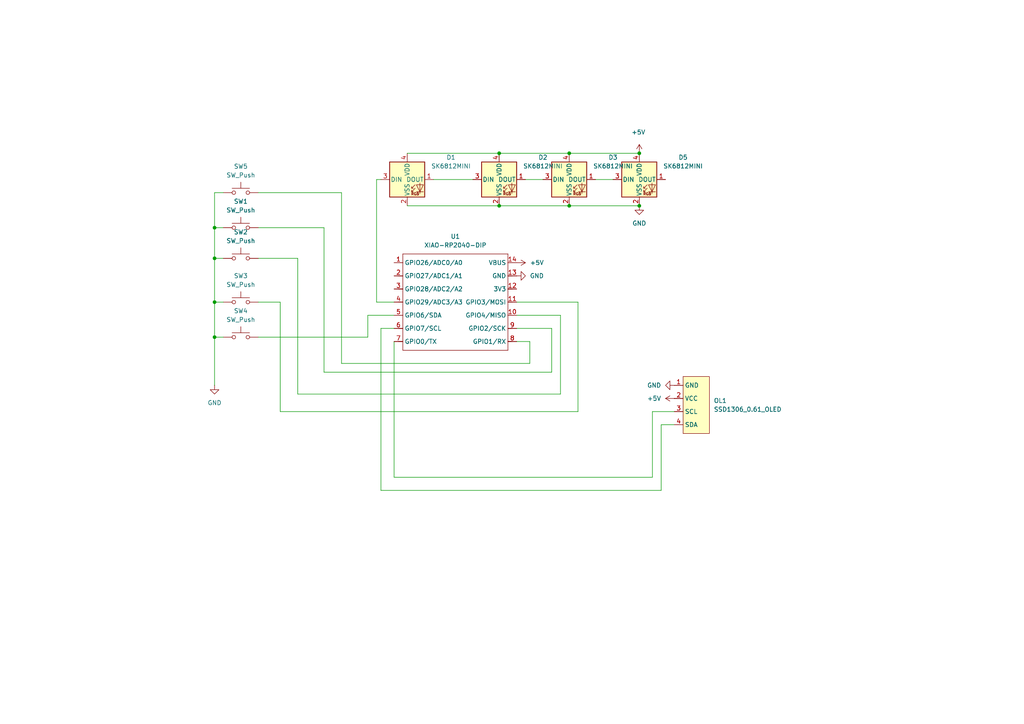
<source format=kicad_sch>
(kicad_sch (version 20250114) (generator "eeschema") (generator_version "9.0")
  (paper "A4")
  (lib_symbols
    (symbol "LED:SK6812MINI" (pin_names (offset 0.254))
      (property "Reference" "D" (at 5.08 5.715 0))
      (property "Value" "SK6812MINI" (at 1.27 -5.715 0))
      (symbol "SK6812MINI_0_0"
        (text "RGB" (at 2.286 -4.191 0) (effects (font (size 0.762 0.762))))
      )
      (symbol "SK6812MINI_0_1"
        (polyline (pts (xy 1.27 -2.54) (xy 1.778 -2.54)))
        (polyline (pts (xy 1.27 -3.556) (xy 1.778 -3.556)))
        (polyline (pts (xy 2.286 -1.524) (xy 1.27 -2.54) (xy 1.27 -2.032)))
        (polyline (pts (xy 2.286 -2.54) (xy 1.27 -3.556) (xy 1.27 -3.048)))
        (polyline (pts (xy 3.683 -1.016) (xy 3.683 -3.556) (xy 3.683 -4.064)))
        (polyline (pts (xy 4.699 -1.524) (xy 2.667 -1.524) (xy 3.683 -3.556) (xy 4.699 -1.524)))
        (polyline (pts (xy 4.699 -3.556) (xy 2.667 -3.556)))
        (rectangle (start 5.08 5.08) (end -5.08 -5.08) (stroke (width 0.254)) (fill (type background)))
      )
      (symbol "SK6812MINI_1_1"
        (pin input line (at -7.62 0 0) (length 2.54) (name "DIN") (number "3"))
        (pin power_in line (at 0 7.62 270) (length 2.54) (name "VDD") (number "4"))
        (pin power_in line (at 0 -7.62 90) (length 2.54) (name "VSS") (number "2"))
        (pin output line (at 7.62 0 180) (length 2.54) (name "DOUT") (number "1"))
      )
    )
    (symbol "OPL:XIAO-RP2040-DIP"
      (property "Reference" "U" (at 0 0 0))
      (property "Value" "XIAO-RP2040-DIP" (at 5.334 -1.778 0))
      (symbol "XIAO-RP2040-DIP_1_0"
        (polyline (pts (xy -1.27 -2.54) (xy 29.21 -2.54)) (stroke (width 0.1524)))
        (polyline (pts (xy -1.27 -5.08) (xy -2.54 -5.08)) (stroke (width 0.1524)))
        (polyline (pts (xy -1.27 -5.08) (xy -1.27 -2.54)) (stroke (width 0.1524)))
        (polyline (pts (xy -1.27 -8.89) (xy -2.54 -8.89)) (stroke (width 0.1524)))
        (polyline (pts (xy -1.27 -8.89) (xy -1.27 -5.08)) (stroke (width 0.1524)))
        (polyline (pts (xy -1.27 -12.7) (xy -2.54 -12.7)) (stroke (width 0.1524)))
        (polyline (pts (xy -1.27 -12.7) (xy -1.27 -8.89)) (stroke (width 0.1524)))
        (polyline (pts (xy -1.27 -16.51) (xy -2.54 -16.51)) (stroke (width 0.1524)))
        (polyline (pts (xy -1.27 -16.51) (xy -1.27 -12.7)) (stroke (width 0.1524)))
        (polyline (pts (xy -1.27 -20.32) (xy -2.54 -20.32)) (stroke (width 0.1524)))
        (polyline (pts (xy -1.27 -24.13) (xy -2.54 -24.13)) (stroke (width 0.1524)))
        (polyline (pts (xy -1.27 -27.94) (xy -2.54 -27.94)) (stroke (width 0.1524)))
        (polyline (pts (xy -1.27 -30.48) (xy -1.27 -16.51)) (stroke (width 0.1524)))
        (polyline (pts (xy 29.21 -2.54) (xy 29.21 -5.08)) (stroke (width 0.1524)))
        (polyline (pts (xy 29.21 -5.08) (xy 29.21 -8.89)) (stroke (width 0.1524)))
        (polyline (pts (xy 29.21 -8.89) (xy 29.21 -12.7)) (stroke (width 0.1524)))
        (polyline (pts (xy 29.21 -12.7) (xy 29.21 -30.48)) (stroke (width 0.1524)))
        (polyline (pts (xy 29.21 -30.48) (xy -1.27 -30.48)) (stroke (width 0.1524)))
        (polyline (pts (xy 30.48 -5.08) (xy 29.21 -5.08)) (stroke (width 0.1524)))
        (polyline (pts (xy 30.48 -8.89) (xy 29.21 -8.89)) (stroke (width 0.1524)))
        (polyline (pts (xy 30.48 -12.7) (xy 29.21 -12.7)) (stroke (width 0.1524)))
        (polyline (pts (xy 30.48 -16.51) (xy 29.21 -16.51)) (stroke (width 0.1524)))
        (polyline (pts (xy 30.48 -20.32) (xy 29.21 -20.32)) (stroke (width 0.1524)))
        (polyline (pts (xy 30.48 -24.13) (xy 29.21 -24.13)) (stroke (width 0.1524)))
        (polyline (pts (xy 30.48 -27.94) (xy 29.21 -27.94)) (stroke (width 0.1524)))
        (pin passive line (at -3.81 -5.08 0) (length 2.54) (name "GPIO26/ADC0/A0") (number "1"))
        (pin passive line (at -3.81 -8.89 0) (length 2.54) (name "GPIO27/ADC1/A1") (number "2"))
        (pin passive line (at -3.81 -12.7 0) (length 2.54) (name "GPIO28/ADC2/A2") (number "3"))
        (pin passive line (at -3.81 -16.51 0) (length 2.54) (name "GPIO29/ADC3/A3") (number "4"))
        (pin passive line (at -3.81 -20.32 0) (length 2.54) (name "GPIO6/SDA") (number "5"))
        (pin passive line (at -3.81 -24.13 0) (length 2.54) (name "GPIO7/SCL") (number "6"))
        (pin passive line (at -3.81 -27.94 0) (length 2.54) (name "GPIO0/TX") (number "7"))
        (pin passive line (at 31.75 -5.08 180) (length 2.54) (name "VBUS") (number "14"))
        (pin passive line (at 31.75 -8.89 180) (length 2.54) (name "GND") (number "13"))
        (pin passive line (at 31.75 -12.7 180) (length 2.54) (name "3V3") (number "12"))
        (pin passive line (at 31.75 -16.51 180) (length 2.54) (name "GPIO3/MOSI") (number "11"))
        (pin passive line (at 31.75 -20.32 180) (length 2.54) (name "GPIO4/MISO") (number "10"))
        (pin passive line (at 31.75 -24.13 180) (length 2.54) (name "GPIO2/SCK") (number "9"))
        (pin passive line (at 31.75 -27.94 180) (length 2.54) (name "GPIO1/RX") (number "8"))
      )
    )
    (symbol "Oled:SSD1306-0.91-OLED"
      (property "Reference" "OL" (at 8.128 3.556 0))
      (property "Value" "SSD1306_0.61_OLED" (at 8.128 1.524 0))
      (symbol "SSD1306-0.91-OLED_1_1"
        (rectangle (start 0 0) (end 16.51 -7.62) (fill (type background)))
        (pin passive line (at 2.54 -10.16 90) (length 2.54) (name "GND") (number "1"))
        (pin passive line (at 6.35 -10.16 90) (length 2.54) (name "VCC") (number "2"))
        (pin passive line (at 10.16 -10.16 90) (length 2.54) (name "SCL") (number "3"))
        (pin passive line (at 13.97 -10.16 90) (length 2.54) (name "SDA") (number "4"))
      )
    )
    (symbol "Switch:SW_Push" (pin_numbers (hide yes)) (pin_names (offset 1.016) (hide yes))
      (property "Reference" "SW" (at 1.27 2.54 0))
      (property "Value" "SW_Push" (at 0 -1.524 0))
      (symbol "SW_Push_0_1"
        (circle (center -2.032 0) (radius 0.508))
        (polyline (pts (xy 0 1.27) (xy 0 3.048)))
        (circle (center 2.032 0) (radius 0.508))
        (polyline (pts (xy 2.54 1.27) (xy -2.54 1.27)))
        (pin passive line (at -5.08 0 0) (length 2.54) (name "1") (number "1"))
        (pin passive line (at 5.08 0 180) (length 2.54) (name "2") (number "2"))
      )
    )
    (symbol "power:+5V" (power) (pin_numbers (hide yes)) (pin_names (offset 0) (hide yes))
      (property "Value" "+5V" (at 0 3.556 0))
      (symbol "+5V_0_1"
        (polyline (pts (xy -0.762 1.27) (xy 0 2.54)))
        (polyline (pts (xy 0 2.54) (xy 0.762 1.27)))
        (polyline (pts (xy 0 0) (xy 0 2.54)))
      )
      (symbol "+5V_1_1"
        (pin power_in line (at 0 0 90) (length 0) (name "~") (number "1"))
      )
    )
    (symbol "power:GND" (power) (pin_numbers (hide yes)) (pin_names (offset 0) (hide yes))
      (property "Value" "GND" (at 0 -3.81 0))
      (symbol "GND_0_1"
        (polyline (pts (xy 0 0) (xy 0 -1.27) (xy 1.27 -1.27) (xy 0 -2.54) (xy -1.27 -1.27) (xy 0 -1.27)))
      )
      (symbol "GND_1_1"
        (pin power_in line (at 0 0 270) (length 0) (name "~") (number "1"))
      )
    )
  )
  (junction (at 165.1 44.45))
  (junction (at 62.23 74.93))
  (junction (at 165.1 59.69))
  (junction (at 185.42 44.45))
  (junction (at 62.23 97.79))
  (junction (at 185.42 59.69))
  (junction (at 144.78 59.69))
  (junction (at 62.23 87.63))
  (junction (at 62.23 66.04))
  (junction (at 144.78 44.45))
  (wire (pts (xy 64.77 55.88) (xy 62.23 55.88)))
  (wire (pts (xy 106.68 91.44) (xy 114.3 91.44)))
  (wire (pts (xy 165.1 59.69) (xy 185.42 59.69)))
  (wire (pts (xy 86.36 114.3) (xy 162.56 114.3)))
  (wire (pts (xy 189.23 138.43) (xy 189.23 119.38)))
  (wire (pts (xy 81.28 119.38) (xy 167.64 119.38)))
  (wire (pts (xy 74.93 97.79) (xy 106.68 97.79)))
  (wire (pts (xy 62.23 74.93) (xy 64.77 74.93)))
  (wire (pts (xy 165.1 44.45) (xy 144.78 44.45)))
  (wire (pts (xy 191.77 123.19) (xy 195.58 123.19)))
  (wire (pts (xy 99.06 55.88) (xy 99.06 105.41)))
  (wire (pts (xy 62.23 97.79) (xy 62.23 111.76)))
  (wire (pts (xy 62.23 97.79) (xy 64.77 97.79)))
  (wire (pts (xy 144.78 44.45) (xy 144.78 45.72)))
  (wire (pts (xy 62.23 55.88) (xy 62.23 66.04)))
  (wire (pts (xy 153.67 105.41) (xy 153.67 99.06)))
  (wire (pts (xy 152.4 52.07) (xy 157.48 52.07)))
  (wire (pts (xy 74.93 74.93) (xy 86.36 74.93)))
  (wire (pts (xy 144.78 59.69) (xy 165.1 59.69)))
  (wire (pts (xy 74.93 66.04) (xy 93.98 66.04)))
  (wire (pts (xy 114.3 138.43) (xy 189.23 138.43)))
  (wire (pts (xy 162.56 91.44) (xy 149.86 91.44)))
  (wire (pts (xy 74.93 87.63) (xy 81.28 87.63)))
  (wire (pts (xy 109.22 87.63) (xy 114.3 87.63)))
  (wire (pts (xy 64.77 66.04) (xy 62.23 66.04)))
  (wire (pts (xy 191.77 142.24) (xy 191.77 123.19)))
  (wire (pts (xy 74.93 55.88) (xy 99.06 55.88)))
  (wire (pts (xy 125.73 52.07) (xy 137.16 52.07)))
  (wire (pts (xy 167.64 87.63) (xy 167.64 119.38)))
  (wire (pts (xy 153.67 99.06) (xy 149.86 99.06)))
  (wire (pts (xy 149.86 95.25) (xy 160.02 95.25)))
  (wire (pts (xy 62.23 66.04) (xy 62.23 74.93)))
  (wire (pts (xy 81.28 87.63) (xy 81.28 119.38)))
  (wire (pts (xy 172.72 52.07) (xy 177.8 52.07)))
  (wire (pts (xy 189.23 119.38) (xy 195.58 119.38)))
  (wire (pts (xy 160.02 107.95) (xy 160.02 95.25)))
  (wire (pts (xy 110.49 142.24) (xy 191.77 142.24)))
  (wire (pts (xy 118.11 44.45) (xy 144.78 44.45)))
  (wire (pts (xy 185.42 44.45) (xy 165.1 44.45)))
  (wire (pts (xy 62.23 87.63) (xy 62.23 97.79)))
  (wire (pts (xy 144.78 59.69) (xy 118.11 59.69)))
  (wire (pts (xy 114.3 99.06) (xy 114.3 138.43)))
  (wire (pts (xy 64.77 87.63) (xy 62.23 87.63)))
  (wire (pts (xy 86.36 74.93) (xy 86.36 114.3)))
  (wire (pts (xy 162.56 91.44) (xy 162.56 114.3)))
  (wire (pts (xy 99.06 105.41) (xy 153.67 105.41)))
  (wire (pts (xy 167.64 87.63) (xy 149.86 87.63)))
  (wire (pts (xy 93.98 66.04) (xy 93.98 107.95)))
  (wire (pts (xy 62.23 74.93) (xy 62.23 87.63)))
  (wire (pts (xy 106.68 97.79) (xy 106.68 91.44)))
  (wire (pts (xy 114.3 95.25) (xy 110.49 95.25)))
  (wire (pts (xy 109.22 52.07) (xy 110.49 52.07)))
  (wire (pts (xy 110.49 95.25) (xy 110.49 142.24)))
  (wire (pts (xy 109.22 52.07) (xy 109.22 87.63)))
  (wire (pts (xy 93.98 107.95) (xy 160.02 107.95)))
  (symbol (lib_id "Switch:SW_Push") (at 69.85 87.63 0) (unit 1)
    (property "Reference" "SW3" (at 69.85 80.01 0))
    (property "Value" "SW_Push" (at 69.85 82.55 0))
    (property "Footprint" "Button_Switch_Keyboard:SW_Cherry_MX_1.00u_PCB" (effects (hide yes)))
    (property "Description" "Push button switch, generic, two pins" (effects (hide yes)))
  )
  (symbol (lib_id "Oled:SSD1306-0.91-OLED") (at 205.74 109.22 270) (unit 1)
    (property "Reference" "OL1" (at 207.01 116.2049 90) (effects (justify left)))
    (property "Value" "SSD1306_0.61_OLED" (at 207.01 118.7449 90) (effects (justify left)))
    (property "Footprint" "Oled:SSD1306-0.91-OLED-4pin-128x32" (effects (hide yes)))
  )
  (symbol (lib_id "Switch:SW_Push") (at 69.85 66.04 0) (unit 1)
    (property "Reference" "SW1" (at 69.85 58.42 0))
    (property "Value" "SW_Push" (at 69.85 60.96 0))
    (property "Footprint" "Button_Switch_Keyboard:SW_Cherry_MX_1.00u_PCB" (effects (hide yes)))
    (property "Description" "Push button switch, generic, two pins" (effects (hide yes)))
  )
  (symbol (lib_id "power:GND") (at 185.42 59.69 0) (unit 1)
    (property "Reference" "#PWR04" (effects (hide yes)))
    (property "Value" "GND" (at 185.42 64.77 0))
    (property "Description" "Power symbol creates a global label with name \"GND\" , ground" (effects (hide yes)))
  )
  (symbol (lib_id "Switch:SW_Push") (at 69.85 97.79 0) (unit 1)
    (property "Reference" "SW4" (at 69.85 90.17 0))
    (property "Value" "SW_Push" (at 69.85 92.71 0))
    (property "Footprint" "Button_Switch_Keyboard:SW_Cherry_MX_1.00u_PCB" (effects (hide yes)))
    (property "Description" "Push button switch, generic, two pins" (effects (hide yes)))
  )
  (symbol (lib_id "power:+5V") (at 185.42 44.45 0) (unit 1)
    (property "Reference" "#PWR03" (effects (hide yes)))
    (property "Value" "+5V" (at 185.166 38.354 0))
    (property "Description" "Power symbol creates a global label with name \"+5V\"" (effects (hide yes)))
  )
  (symbol (lib_id "LED:SK6812MINI") (at 118.11 52.07 0) (unit 1)
    (property "Reference" "D1" (at 130.81 45.6498 0))
    (property "Value" "SK6812MINI" (at 130.81 48.1898 0))
    (property "Footprint" "LED_SMD:LED_SK6812MINI_PLCC4_3.5x3.5mm_P1.75mm" (effects (hide yes)))
    (property "Datasheet" "https://cdn-shop.adafruit.com/product-files/2686/SK6812MINI_REV.01-1-2.pdf" (effects (hide yes)))
    (property "Description" "RGB LED with integrated controller" (effects (hide yes)))
  )
  (symbol (lib_id "LED:SK6812MINI") (at 185.42 52.07 0) (unit 1)
    (property "Reference" "D5" (at 198.12 45.6498 0))
    (property "Value" "SK6812MINI" (at 198.12 48.1898 0))
    (property "Footprint" "LED_SMD:LED_SK6812MINI_PLCC4_3.5x3.5mm_P1.75mm" (effects (hide yes)))
    (property "Datasheet" "https://cdn-shop.adafruit.com/product-files/2686/SK6812MINI_REV.01-1-2.pdf" (effects (hide yes)))
    (property "Description" "RGB LED with integrated controller" (effects (hide yes)))
  )
  (symbol (lib_id "power:GND") (at 195.58 111.76 270) (unit 1)
    (property "Reference" "#PWR07" (effects (hide yes)))
    (property "Value" "GND" (at 191.77 111.7599 90) (effects (justify right)))
    (property "Description" "Power symbol creates a global label with name \"GND\" , ground" (effects (hide yes)))
  )
  (symbol (lib_id "OPL:XIAO-RP2040-DIP") (at 118.11 71.12 0) (unit 1)
    (property "Reference" "U1" (at 132.08 68.58 0))
    (property "Value" "XIAO-RP2040-DIP" (at 132.08 71.12 0))
    (property "Footprint" "OPL:XIAO-RP2040-DIP" (effects (hide yes)))
  )
  (symbol (lib_id "LED:SK6812MINI") (at 165.1 52.07 0) (unit 1)
    (property "Reference" "D3" (at 177.8 45.6498 0))
    (property "Value" "SK6812MINI" (at 177.8 48.1898 0))
    (property "Footprint" "LED_SMD:LED_SK6812MINI_PLCC4_3.5x3.5mm_P1.75mm" (effects (hide yes)))
    (property "Datasheet" "https://cdn-shop.adafruit.com/product-files/2686/SK6812MINI_REV.01-1-2.pdf" (effects (hide yes)))
    (property "Description" "RGB LED with integrated controller" (effects (hide yes)))
  )
  (symbol (lib_id "power:+5V") (at 195.58 115.57 90) (unit 1)
    (property "Reference" "#PWR06" (effects (hide yes)))
    (property "Value" "+5V" (at 191.77 115.5699 90) (effects (justify left)))
    (property "Description" "Power symbol creates a global label with name \"+5V\"" (effects (hide yes)))
  )
  (symbol (lib_id "power:GND") (at 149.86 80.01 90) (unit 1)
    (property "Reference" "#PWR02" (effects (hide yes)))
    (property "Value" "GND" (at 153.67 80.0099 90) (effects (justify right)))
    (property "Description" "Power symbol creates a global label with name \"GND\" , ground" (effects (hide yes)))
  )
  (symbol (lib_id "LED:SK6812MINI") (at 144.78 52.07 0) (unit 1)
    (property "Reference" "D2" (at 157.48 45.6498 0))
    (property "Value" "SK6812MINI" (at 157.48 48.1898 0))
    (property "Footprint" "LED_SMD:LED_SK6812MINI_PLCC4_3.5x3.5mm_P1.75mm" (effects (hide yes)))
    (property "Datasheet" "https://cdn-shop.adafruit.com/product-files/2686/SK6812MINI_REV.01-1-2.pdf" (effects (hide yes)))
    (property "Description" "RGB LED with integrated controller" (effects (hide yes)))
  )
  (symbol (lib_id "Switch:SW_Push") (at 69.85 55.88 0) (unit 1)
    (property "Reference" "SW5" (at 69.85 48.26 0))
    (property "Value" "SW_Push" (at 69.85 50.8 0))
    (property "Footprint" "Button_Switch_Keyboard:SW_Cherry_MX_1.00u_PCB" (effects (hide yes)))
    (property "Description" "Push button switch, generic, two pins" (effects (hide yes)))
  )
  (symbol (lib_id "power:+5V") (at 149.86 76.2 270) (unit 1)
    (property "Reference" "#PWR01" (effects (hide yes)))
    (property "Value" "+5V" (at 153.67 76.1999 90) (effects (justify left)))
    (property "Description" "Power symbol creates a global label with name \"+5V\"" (effects (hide yes)))
  )
  (symbol (lib_id "power:GND") (at 62.23 111.76 0) (unit 1)
    (property "Reference" "#PWR05" (effects (hide yes)))
    (property "Value" "GND" (at 62.23 116.84 0))
    (property "Description" "Power symbol creates a global label with name \"GND\" , ground" (effects (hide yes)))
  )
  (symbol (lib_id "Switch:SW_Push") (at 69.85 74.93 0) (unit 1)
    (property "Reference" "SW2" (at 69.85 67.31 0))
    (property "Value" "SW_Push" (at 69.85 69.85 0))
    (property "Footprint" "Button_Switch_Keyboard:SW_Cherry_MX_1.00u_PCB" (effects (hide yes)))
    (property "Description" "Push button switch, generic, two pins" (effects (hide yes)))
  )
)
</source>
